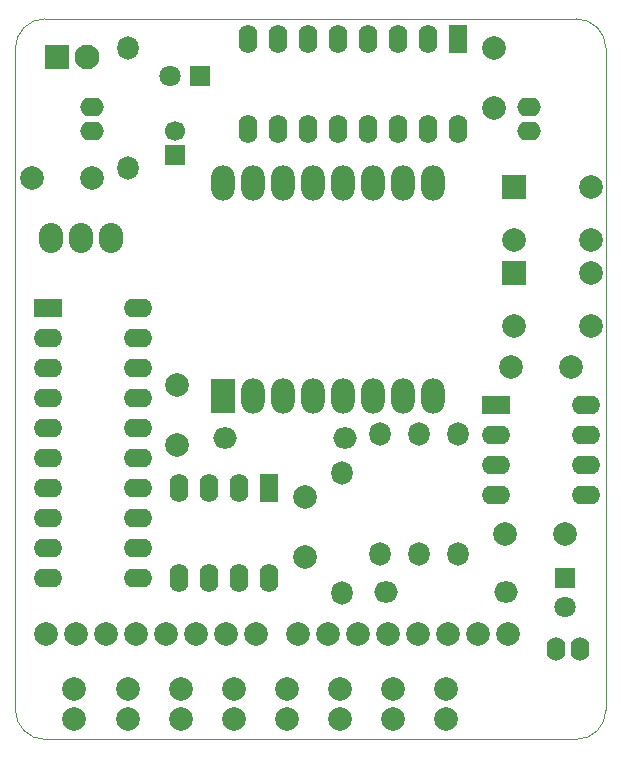
<source format=gbr>
G04 #@! TF.GenerationSoftware,KiCad,Pcbnew,(6.0.7)*
G04 #@! TF.CreationDate,2022-09-27T14:02:21+02:00*
G04 #@! TF.ProjectId,dancebots-pcb,64616e63-6562-46f7-9473-2d7063622e6b,v8.1*
G04 #@! TF.SameCoordinates,PX5f5e100PY8f0d180*
G04 #@! TF.FileFunction,Soldermask,Bot*
G04 #@! TF.FilePolarity,Negative*
%FSLAX46Y46*%
G04 Gerber Fmt 4.6, Leading zero omitted, Abs format (unit mm)*
G04 Created by KiCad (PCBNEW (6.0.7)) date 2022-09-27 14:02:21*
%MOMM*%
%LPD*%
G01*
G04 APERTURE LIST*
G04 #@! TA.AperFunction,Profile*
%ADD10C,0.100000*%
G04 #@! TD*
%ADD11C,2.000000*%
%ADD12C,1.700000*%
%ADD13R,1.700000X1.700000*%
%ADD14R,1.800000X1.800000*%
%ADD15C,1.800000*%
%ADD16R,2.000000X2.000000*%
%ADD17C,2.100000*%
%ADD18O,2.000000X1.600000*%
%ADD19O,1.600000X2.000000*%
%ADD20O,1.800000X2.000000*%
%ADD21O,2.000000X1.800000*%
%ADD22O,2.032000X2.540000*%
%ADD23R,1.600000X2.400000*%
%ADD24O,1.600000X2.400000*%
%ADD25R,2.400000X1.600000*%
%ADD26O,2.400000X1.600000*%
%ADD27R,2.000000X3.000000*%
%ADD28O,2.000000X3.000000*%
G04 APERTURE END LIST*
D10*
X50000000Y58500000D02*
G75*
G03*
X47500000Y61000000I-2500000J0D01*
G01*
X50000000Y2500000D02*
X50000000Y58500000D01*
X47500000Y0D02*
G75*
G03*
X50000000Y2500000I0J2500000D01*
G01*
X2500000Y0D02*
X47500000Y0D01*
X0Y58500000D02*
X0Y2500000D01*
X0Y2500000D02*
G75*
G03*
X2500000Y0I2500000J0D01*
G01*
X2500000Y61000000D02*
G75*
G03*
X0Y58500000I0J-2500000D01*
G01*
X2500000Y61000000D02*
X47500000Y61000000D01*
D11*
X1435000Y47500000D03*
X6515000Y47500000D03*
D12*
X13500000Y51500000D03*
D13*
X13500000Y49500000D03*
D11*
X40500000Y58540000D03*
X40500000Y53460000D03*
X13700000Y24960000D03*
X13700000Y30040000D03*
X41960000Y31500000D03*
X47040000Y31500000D03*
X41485000Y17375000D03*
X46565000Y17375000D03*
D14*
X46550000Y13700000D03*
D15*
X46550000Y11200000D03*
D11*
X24500000Y15460000D03*
X24500000Y20540000D03*
D14*
X15600000Y56200000D03*
D15*
X13060000Y56200000D03*
D16*
X3530000Y57800000D03*
D17*
X6070000Y57800000D03*
D18*
X6500000Y53500000D03*
X6500000Y51500000D03*
X43500000Y51500000D03*
X43500000Y53500000D03*
D19*
X45800000Y7675000D03*
X47800000Y7675000D03*
D11*
X5000000Y1730000D03*
X5000000Y4270000D03*
X9500000Y1730000D03*
X9500000Y4270000D03*
X14000000Y1730000D03*
X14000000Y4270000D03*
X18500000Y1730000D03*
X18500000Y4270000D03*
X23000000Y1730000D03*
X23000000Y4270000D03*
X27500000Y1730000D03*
X27500000Y4270000D03*
X32000000Y1730000D03*
X32000000Y4270000D03*
X36500000Y1730000D03*
X36500000Y4270000D03*
D20*
X9500000Y48400000D03*
X9500000Y58560000D03*
D21*
X31400000Y12500000D03*
X41560000Y12500000D03*
X27900000Y25550000D03*
X17740000Y25550000D03*
D11*
X2600000Y8900000D03*
X5140000Y8900000D03*
X7680000Y8900000D03*
X10220000Y8900000D03*
X12760000Y8900000D03*
X15300000Y8900000D03*
X17840000Y8900000D03*
X20380000Y8900000D03*
X23950000Y8900000D03*
X26490000Y8900000D03*
X29030000Y8900000D03*
X31570000Y8900000D03*
X34110000Y8900000D03*
X36650000Y8900000D03*
X39190000Y8900000D03*
X41730000Y8900000D03*
D22*
X5525000Y42415000D03*
X8065000Y42415000D03*
X2985000Y42415000D03*
D23*
X37500000Y59325000D03*
D24*
X34960000Y59325000D03*
X32420000Y59325000D03*
X29880000Y59325000D03*
X27340000Y59325000D03*
X24800000Y59325000D03*
X22260000Y59325000D03*
X19720000Y59325000D03*
X19720000Y51705000D03*
X22260000Y51705000D03*
X24800000Y51705000D03*
X27340000Y51705000D03*
X29880000Y51705000D03*
X32420000Y51705000D03*
X34960000Y51705000D03*
X37500000Y51705000D03*
D25*
X2775000Y36550000D03*
D26*
X2775000Y34010000D03*
X2775000Y31470000D03*
X2775000Y28930000D03*
X2775000Y26390000D03*
X2775000Y23850000D03*
X2775000Y21310000D03*
X2775000Y18770000D03*
X2775000Y16230000D03*
X2775000Y13690000D03*
X10395000Y13690000D03*
X10395000Y16230000D03*
X10395000Y18770000D03*
X10395000Y21310000D03*
X10395000Y23850000D03*
X10395000Y26390000D03*
X10395000Y28930000D03*
X10395000Y31470000D03*
X10395000Y34010000D03*
X10395000Y36550000D03*
D25*
X40675000Y28300000D03*
D26*
X40675000Y25760000D03*
X40675000Y23220000D03*
X40675000Y20680000D03*
X48295000Y20680000D03*
X48295000Y23220000D03*
X48295000Y25760000D03*
X48295000Y28300000D03*
D23*
X21475000Y21275000D03*
D24*
X18935000Y21275000D03*
X16395000Y21275000D03*
X13855000Y21275000D03*
X13855000Y13655000D03*
X16395000Y13655000D03*
X18935000Y13655000D03*
X21475000Y13655000D03*
D27*
X17610000Y29083000D03*
D28*
X20150000Y29083000D03*
X22690000Y29083000D03*
X25230000Y29083000D03*
X27770000Y29083000D03*
X30310000Y29083000D03*
X32850000Y29083000D03*
X35390000Y29083000D03*
X35390000Y47117000D03*
X32850000Y47117000D03*
X30310000Y47117000D03*
X27770000Y47117000D03*
X25230000Y47117000D03*
X22690000Y47117000D03*
X20150000Y47117000D03*
X17610000Y47117000D03*
D20*
X34200000Y15700000D03*
X34200000Y25860000D03*
X37500000Y15700000D03*
X37500000Y25860000D03*
X27625000Y22575000D03*
X27625000Y12415000D03*
X30900000Y25860000D03*
X30900000Y15700000D03*
D16*
X42250000Y39500000D03*
D11*
X48750000Y39500000D03*
X42250000Y35000000D03*
X48750000Y35000000D03*
D16*
X42250000Y46750000D03*
D11*
X48750000Y46750000D03*
X42250000Y42250000D03*
X48750000Y42250000D03*
M02*

</source>
